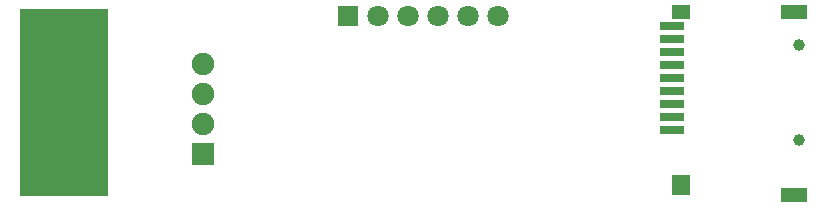
<source format=gbr>
G04 DipTrace 4.3.0.3*
G04 BottomMask.gbr*
%MOIN*%
G04 #@! TF.FileFunction,Soldermask,Bot*
G04 #@! TF.Part,Single*
%ADD26R,0.070866X0.070866*%
%ADD27C,0.070866*%
%ADD32C,0.03937*%
%ADD43C,0.074803*%
%ADD44R,0.074803X0.074803*%
%ADD47R,0.090551X0.051181*%
%ADD49R,0.059055X0.051181*%
%ADD51R,0.059055X0.066929*%
%ADD53R,0.082677X0.031496*%
%ADD55R,0.259843X0.074803*%
%FSLAX26Y26*%
G04*
G70*
G90*
G75*
G01*
G04 BotMask*
%LPD*%
G36*
X683883Y1062451D2*
X390921D1*
Y437451D1*
X683883D1*
Y1062451D1*
G37*
D55*
X540576Y499951D3*
Y599951D3*
Y699951D3*
Y799951D3*
Y899951D3*
Y999951D3*
D53*
X2566192Y656448D3*
Y699755D3*
Y743062D3*
Y786369D3*
Y829676D3*
Y872983D3*
Y916290D3*
Y959597D3*
Y1002904D3*
D51*
X2593751Y475345D3*
D49*
Y1050148D3*
D47*
X2971703D3*
Y439912D3*
D32*
X2987451Y624951D3*
Y939912D3*
D26*
X1484941Y1037451D3*
D27*
X1584941D3*
X1684941D3*
X1784941D3*
X1884941D3*
X1984941D3*
D44*
X1001285Y576614D3*
D43*
Y676614D3*
Y776614D3*
Y876614D3*
M02*

</source>
